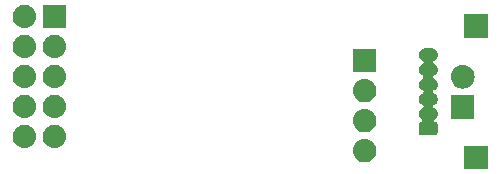
<source format=gbs>
G04 #@! TF.GenerationSoftware,KiCad,Pcbnew,(5.1.4)-1*
G04 #@! TF.CreationDate,2019-12-07T17:35:06+00:00*
G04 #@! TF.ProjectId,analog,616e616c-6f67-42e6-9b69-6361645f7063,rev?*
G04 #@! TF.SameCoordinates,Original*
G04 #@! TF.FileFunction,Soldermask,Bot*
G04 #@! TF.FilePolarity,Negative*
%FSLAX46Y46*%
G04 Gerber Fmt 4.6, Leading zero omitted, Abs format (unit mm)*
G04 Created by KiCad (PCBNEW (5.1.4)-1) date 2019-12-07 17:35:06*
%MOMM*%
%LPD*%
G04 APERTURE LIST*
%ADD10C,0.100000*%
G04 APERTURE END LIST*
D10*
G36*
X77040800Y-47314360D02*
G01*
X75040800Y-47314360D01*
X75040800Y-45314360D01*
X77040800Y-45314360D01*
X77040800Y-47314360D01*
X77040800Y-47314360D01*
G37*
G36*
X66813436Y-44744630D02*
G01*
X67001932Y-44801809D01*
X67175658Y-44894668D01*
X67327928Y-45019632D01*
X67452892Y-45171902D01*
X67545751Y-45345628D01*
X67602930Y-45534124D01*
X67622238Y-45730160D01*
X67602930Y-45926196D01*
X67545751Y-46114692D01*
X67452892Y-46288418D01*
X67327928Y-46440688D01*
X67175658Y-46565652D01*
X67001932Y-46658511D01*
X66813436Y-46715690D01*
X66666520Y-46730160D01*
X66568280Y-46730160D01*
X66421364Y-46715690D01*
X66232868Y-46658511D01*
X66059142Y-46565652D01*
X65906872Y-46440688D01*
X65781908Y-46288418D01*
X65689049Y-46114692D01*
X65631870Y-45926196D01*
X65612562Y-45730160D01*
X65631870Y-45534124D01*
X65689049Y-45345628D01*
X65781908Y-45171902D01*
X65906872Y-45019632D01*
X66059142Y-44894668D01*
X66232868Y-44801809D01*
X66421364Y-44744630D01*
X66568280Y-44730160D01*
X66666520Y-44730160D01*
X66813436Y-44744630D01*
X66813436Y-44744630D01*
G37*
G36*
X40549836Y-43550830D02*
G01*
X40738332Y-43608009D01*
X40912058Y-43700868D01*
X41064328Y-43825832D01*
X41189292Y-43978102D01*
X41282151Y-44151828D01*
X41339330Y-44340324D01*
X41358638Y-44536360D01*
X41339330Y-44732396D01*
X41282151Y-44920892D01*
X41189292Y-45094618D01*
X41064328Y-45246888D01*
X40912058Y-45371852D01*
X40738332Y-45464711D01*
X40549836Y-45521890D01*
X40402920Y-45536360D01*
X40304680Y-45536360D01*
X40157764Y-45521890D01*
X39969268Y-45464711D01*
X39795542Y-45371852D01*
X39643272Y-45246888D01*
X39518308Y-45094618D01*
X39425449Y-44920892D01*
X39368270Y-44732396D01*
X39348962Y-44536360D01*
X39368270Y-44340324D01*
X39425449Y-44151828D01*
X39518308Y-43978102D01*
X39643272Y-43825832D01*
X39795542Y-43700868D01*
X39969268Y-43608009D01*
X40157764Y-43550830D01*
X40304680Y-43536360D01*
X40402920Y-43536360D01*
X40549836Y-43550830D01*
X40549836Y-43550830D01*
G37*
G36*
X38009836Y-43550830D02*
G01*
X38198332Y-43608009D01*
X38372058Y-43700868D01*
X38524328Y-43825832D01*
X38649292Y-43978102D01*
X38742151Y-44151828D01*
X38799330Y-44340324D01*
X38818638Y-44536360D01*
X38799330Y-44732396D01*
X38742151Y-44920892D01*
X38649292Y-45094618D01*
X38524328Y-45246888D01*
X38372058Y-45371852D01*
X38198332Y-45464711D01*
X38009836Y-45521890D01*
X37862920Y-45536360D01*
X37764680Y-45536360D01*
X37617764Y-45521890D01*
X37429268Y-45464711D01*
X37255542Y-45371852D01*
X37103272Y-45246888D01*
X36978308Y-45094618D01*
X36885449Y-44920892D01*
X36828270Y-44732396D01*
X36808962Y-44536360D01*
X36828270Y-44340324D01*
X36885449Y-44151828D01*
X36978308Y-43978102D01*
X37103272Y-43825832D01*
X37255542Y-43700868D01*
X37429268Y-43608009D01*
X37617764Y-43550830D01*
X37764680Y-43536360D01*
X37862920Y-43536360D01*
X38009836Y-43550830D01*
X38009836Y-43550830D01*
G37*
G36*
X72360020Y-37074718D02*
G01*
X72463693Y-37106167D01*
X72511468Y-37131704D01*
X72559242Y-37157239D01*
X72642990Y-37225970D01*
X72704478Y-37300892D01*
X72711720Y-37309717D01*
X72762793Y-37405267D01*
X72794242Y-37508940D01*
X72804861Y-37616760D01*
X72794242Y-37724580D01*
X72762793Y-37828253D01*
X72762792Y-37828254D01*
X72711721Y-37923802D01*
X72642990Y-38007550D01*
X72559242Y-38076281D01*
X72475371Y-38121111D01*
X72464145Y-38127111D01*
X72442956Y-38141269D01*
X72424935Y-38159289D01*
X72410777Y-38180479D01*
X72401025Y-38204023D01*
X72396053Y-38229018D01*
X72396053Y-38254502D01*
X72401025Y-38279497D01*
X72410777Y-38303041D01*
X72424935Y-38324230D01*
X72442955Y-38342251D01*
X72464145Y-38356409D01*
X72559242Y-38407239D01*
X72559244Y-38407240D01*
X72559243Y-38407240D01*
X72642990Y-38475970D01*
X72711720Y-38559717D01*
X72762793Y-38655267D01*
X72794242Y-38758940D01*
X72804861Y-38866760D01*
X72794242Y-38974580D01*
X72762793Y-39078253D01*
X72745738Y-39110160D01*
X72711721Y-39173802D01*
X72642990Y-39257550D01*
X72559242Y-39326281D01*
X72475371Y-39371111D01*
X72464145Y-39377111D01*
X72442956Y-39391269D01*
X72424935Y-39409289D01*
X72410777Y-39430479D01*
X72401025Y-39454023D01*
X72396053Y-39479018D01*
X72396053Y-39504502D01*
X72401025Y-39529497D01*
X72410777Y-39553041D01*
X72424935Y-39574230D01*
X72442955Y-39592251D01*
X72464145Y-39606409D01*
X72559242Y-39657239D01*
X72642990Y-39725970D01*
X72711721Y-39809718D01*
X72728384Y-39840892D01*
X72762793Y-39905267D01*
X72794242Y-40008940D01*
X72804861Y-40116760D01*
X72794242Y-40224580D01*
X72762793Y-40328253D01*
X72762792Y-40328254D01*
X72711721Y-40423802D01*
X72642990Y-40507550D01*
X72559242Y-40576281D01*
X72475371Y-40621111D01*
X72464145Y-40627111D01*
X72442956Y-40641269D01*
X72424935Y-40659289D01*
X72410777Y-40680479D01*
X72401025Y-40704023D01*
X72396053Y-40729018D01*
X72396053Y-40754502D01*
X72401025Y-40779497D01*
X72410777Y-40803041D01*
X72424935Y-40824230D01*
X72442955Y-40842251D01*
X72464145Y-40856409D01*
X72559242Y-40907239D01*
X72642990Y-40975970D01*
X72711721Y-41059718D01*
X72737256Y-41107492D01*
X72762793Y-41155267D01*
X72794242Y-41258940D01*
X72804861Y-41366760D01*
X72794242Y-41474580D01*
X72762793Y-41578253D01*
X72737256Y-41626028D01*
X72711721Y-41673802D01*
X72642990Y-41757550D01*
X72559242Y-41826281D01*
X72475371Y-41871111D01*
X72464145Y-41877111D01*
X72442956Y-41891269D01*
X72424935Y-41909289D01*
X72410777Y-41930479D01*
X72401025Y-41954023D01*
X72396053Y-41979018D01*
X72396053Y-42004502D01*
X72401025Y-42029497D01*
X72410777Y-42053041D01*
X72424935Y-42074230D01*
X72442955Y-42092251D01*
X72464145Y-42106409D01*
X72559242Y-42157239D01*
X72559244Y-42157240D01*
X72559243Y-42157240D01*
X72642990Y-42225970D01*
X72711720Y-42309717D01*
X72762793Y-42405267D01*
X72794242Y-42508940D01*
X72804861Y-42616760D01*
X72794242Y-42724580D01*
X72762793Y-42828253D01*
X72762792Y-42828254D01*
X72711721Y-42923802D01*
X72642990Y-43007550D01*
X72559242Y-43076281D01*
X72559240Y-43076282D01*
X72557333Y-43077847D01*
X72540232Y-43089274D01*
X72522211Y-43107295D01*
X72508053Y-43128484D01*
X72498301Y-43152028D01*
X72493329Y-43177023D01*
X72493329Y-43202507D01*
X72498301Y-43227502D01*
X72508053Y-43251046D01*
X72522211Y-43272235D01*
X72540232Y-43290256D01*
X72561421Y-43304414D01*
X72584965Y-43314166D01*
X72609959Y-43319138D01*
X72633048Y-43321412D01*
X72672322Y-43333326D01*
X72708521Y-43352675D01*
X72740248Y-43378712D01*
X72766285Y-43410439D01*
X72785634Y-43446638D01*
X72797548Y-43485913D01*
X72802200Y-43533146D01*
X72802200Y-44200374D01*
X72797548Y-44247607D01*
X72785634Y-44286882D01*
X72766285Y-44323081D01*
X72740248Y-44354808D01*
X72708521Y-44380845D01*
X72672322Y-44400194D01*
X72633047Y-44412108D01*
X72585814Y-44416760D01*
X71418586Y-44416760D01*
X71371353Y-44412108D01*
X71332078Y-44400194D01*
X71295879Y-44380845D01*
X71264152Y-44354808D01*
X71238115Y-44323081D01*
X71218766Y-44286882D01*
X71206852Y-44247607D01*
X71202200Y-44200374D01*
X71202200Y-43533146D01*
X71206852Y-43485913D01*
X71218766Y-43446638D01*
X71238115Y-43410439D01*
X71264152Y-43378712D01*
X71295879Y-43352675D01*
X71332078Y-43333326D01*
X71371352Y-43321412D01*
X71394441Y-43319138D01*
X71419435Y-43314166D01*
X71442980Y-43304414D01*
X71464169Y-43290255D01*
X71482189Y-43272235D01*
X71496347Y-43251046D01*
X71506099Y-43227501D01*
X71511071Y-43202507D01*
X71511071Y-43177022D01*
X71506099Y-43152028D01*
X71496347Y-43128483D01*
X71482188Y-43107294D01*
X71464168Y-43089274D01*
X71447067Y-43077847D01*
X71445160Y-43076282D01*
X71445158Y-43076281D01*
X71361410Y-43007550D01*
X71292679Y-42923802D01*
X71241608Y-42828254D01*
X71241607Y-42828253D01*
X71210158Y-42724580D01*
X71199539Y-42616760D01*
X71210158Y-42508940D01*
X71241607Y-42405267D01*
X71292680Y-42309717D01*
X71361410Y-42225970D01*
X71445157Y-42157240D01*
X71445156Y-42157240D01*
X71445158Y-42157239D01*
X71540255Y-42106409D01*
X71561444Y-42092251D01*
X71579465Y-42074231D01*
X71593623Y-42053041D01*
X71603375Y-42029497D01*
X71608347Y-42004502D01*
X71608347Y-41979018D01*
X71603375Y-41954023D01*
X71593623Y-41930479D01*
X71579465Y-41909290D01*
X71561445Y-41891269D01*
X71540255Y-41877111D01*
X71529029Y-41871111D01*
X71445158Y-41826281D01*
X71361410Y-41757550D01*
X71292679Y-41673802D01*
X71267144Y-41626028D01*
X71241607Y-41578253D01*
X71210158Y-41474580D01*
X71199539Y-41366760D01*
X71210158Y-41258940D01*
X71241607Y-41155267D01*
X71267144Y-41107492D01*
X71292679Y-41059718D01*
X71361410Y-40975970D01*
X71445158Y-40907239D01*
X71540255Y-40856409D01*
X71561444Y-40842251D01*
X71579465Y-40824231D01*
X71593623Y-40803041D01*
X71603375Y-40779497D01*
X71608347Y-40754502D01*
X71608347Y-40729018D01*
X71603375Y-40704023D01*
X71593623Y-40680479D01*
X71579465Y-40659290D01*
X71561445Y-40641269D01*
X71540255Y-40627111D01*
X71529029Y-40621111D01*
X71445158Y-40576281D01*
X71361410Y-40507550D01*
X71292679Y-40423802D01*
X71241608Y-40328254D01*
X71241607Y-40328253D01*
X71210158Y-40224580D01*
X71199539Y-40116760D01*
X71210158Y-40008940D01*
X71241607Y-39905267D01*
X71276016Y-39840892D01*
X71292679Y-39809718D01*
X71361410Y-39725970D01*
X71445158Y-39657239D01*
X71540255Y-39606409D01*
X71561444Y-39592251D01*
X71579465Y-39574231D01*
X71593623Y-39553041D01*
X71603375Y-39529497D01*
X71608347Y-39504502D01*
X71608347Y-39479018D01*
X71603375Y-39454023D01*
X71593623Y-39430479D01*
X71579465Y-39409290D01*
X71561445Y-39391269D01*
X71540255Y-39377111D01*
X71529029Y-39371111D01*
X71445158Y-39326281D01*
X71361410Y-39257550D01*
X71292679Y-39173802D01*
X71258662Y-39110160D01*
X71241607Y-39078253D01*
X71210158Y-38974580D01*
X71199539Y-38866760D01*
X71210158Y-38758940D01*
X71241607Y-38655267D01*
X71292680Y-38559717D01*
X71361410Y-38475970D01*
X71445157Y-38407240D01*
X71445156Y-38407240D01*
X71445158Y-38407239D01*
X71540255Y-38356409D01*
X71561444Y-38342251D01*
X71579465Y-38324231D01*
X71593623Y-38303041D01*
X71603375Y-38279497D01*
X71608347Y-38254502D01*
X71608347Y-38229018D01*
X71603375Y-38204023D01*
X71593623Y-38180479D01*
X71579465Y-38159290D01*
X71561445Y-38141269D01*
X71540255Y-38127111D01*
X71529029Y-38121111D01*
X71445158Y-38076281D01*
X71361410Y-38007550D01*
X71292679Y-37923802D01*
X71241608Y-37828254D01*
X71241607Y-37828253D01*
X71210158Y-37724580D01*
X71199539Y-37616760D01*
X71210158Y-37508940D01*
X71241607Y-37405267D01*
X71292680Y-37309717D01*
X71299923Y-37300892D01*
X71361410Y-37225970D01*
X71445158Y-37157239D01*
X71492932Y-37131704D01*
X71540707Y-37106167D01*
X71644380Y-37074718D01*
X71725182Y-37066760D01*
X72279218Y-37066760D01*
X72360020Y-37074718D01*
X72360020Y-37074718D01*
G37*
G36*
X66813436Y-42204630D02*
G01*
X67001932Y-42261809D01*
X67175658Y-42354668D01*
X67327928Y-42479632D01*
X67452892Y-42631902D01*
X67545751Y-42805628D01*
X67602930Y-42994124D01*
X67622238Y-43190160D01*
X67602930Y-43386196D01*
X67545751Y-43574692D01*
X67452892Y-43748418D01*
X67327928Y-43900688D01*
X67175658Y-44025652D01*
X67001932Y-44118511D01*
X66813436Y-44175690D01*
X66666520Y-44190160D01*
X66568280Y-44190160D01*
X66421364Y-44175690D01*
X66232868Y-44118511D01*
X66059142Y-44025652D01*
X65906872Y-43900688D01*
X65781908Y-43748418D01*
X65689049Y-43574692D01*
X65631870Y-43386196D01*
X65612562Y-43190160D01*
X65631870Y-42994124D01*
X65689049Y-42805628D01*
X65781908Y-42631902D01*
X65906872Y-42479632D01*
X66059142Y-42354668D01*
X66232868Y-42261809D01*
X66421364Y-42204630D01*
X66568280Y-42190160D01*
X66666520Y-42190160D01*
X66813436Y-42204630D01*
X66813436Y-42204630D01*
G37*
G36*
X75923200Y-43021760D02*
G01*
X73923200Y-43021760D01*
X73923200Y-41021760D01*
X75923200Y-41021760D01*
X75923200Y-43021760D01*
X75923200Y-43021760D01*
G37*
G36*
X38009836Y-41010830D02*
G01*
X38198332Y-41068009D01*
X38372058Y-41160868D01*
X38524328Y-41285832D01*
X38649292Y-41438102D01*
X38742151Y-41611828D01*
X38799330Y-41800324D01*
X38818638Y-41996360D01*
X38799330Y-42192396D01*
X38742151Y-42380892D01*
X38649292Y-42554618D01*
X38524328Y-42706888D01*
X38372058Y-42831852D01*
X38198332Y-42924711D01*
X38009836Y-42981890D01*
X37862920Y-42996360D01*
X37764680Y-42996360D01*
X37617764Y-42981890D01*
X37429268Y-42924711D01*
X37255542Y-42831852D01*
X37103272Y-42706888D01*
X36978308Y-42554618D01*
X36885449Y-42380892D01*
X36828270Y-42192396D01*
X36808962Y-41996360D01*
X36828270Y-41800324D01*
X36885449Y-41611828D01*
X36978308Y-41438102D01*
X37103272Y-41285832D01*
X37255542Y-41160868D01*
X37429268Y-41068009D01*
X37617764Y-41010830D01*
X37764680Y-40996360D01*
X37862920Y-40996360D01*
X38009836Y-41010830D01*
X38009836Y-41010830D01*
G37*
G36*
X40549836Y-41010830D02*
G01*
X40738332Y-41068009D01*
X40912058Y-41160868D01*
X41064328Y-41285832D01*
X41189292Y-41438102D01*
X41282151Y-41611828D01*
X41339330Y-41800324D01*
X41358638Y-41996360D01*
X41339330Y-42192396D01*
X41282151Y-42380892D01*
X41189292Y-42554618D01*
X41064328Y-42706888D01*
X40912058Y-42831852D01*
X40738332Y-42924711D01*
X40549836Y-42981890D01*
X40402920Y-42996360D01*
X40304680Y-42996360D01*
X40157764Y-42981890D01*
X39969268Y-42924711D01*
X39795542Y-42831852D01*
X39643272Y-42706888D01*
X39518308Y-42554618D01*
X39425449Y-42380892D01*
X39368270Y-42192396D01*
X39348962Y-41996360D01*
X39368270Y-41800324D01*
X39425449Y-41611828D01*
X39518308Y-41438102D01*
X39643272Y-41285832D01*
X39795542Y-41160868D01*
X39969268Y-41068009D01*
X40157764Y-41010830D01*
X40304680Y-40996360D01*
X40402920Y-40996360D01*
X40549836Y-41010830D01*
X40549836Y-41010830D01*
G37*
G36*
X66813436Y-39664630D02*
G01*
X67001932Y-39721809D01*
X67175658Y-39814668D01*
X67327928Y-39939632D01*
X67452892Y-40091902D01*
X67545751Y-40265628D01*
X67602930Y-40454124D01*
X67622238Y-40650160D01*
X67602930Y-40846196D01*
X67545751Y-41034692D01*
X67452892Y-41208418D01*
X67327928Y-41360688D01*
X67175658Y-41485652D01*
X67001932Y-41578511D01*
X66813436Y-41635690D01*
X66666520Y-41650160D01*
X66568280Y-41650160D01*
X66421364Y-41635690D01*
X66232868Y-41578511D01*
X66059142Y-41485652D01*
X65906872Y-41360688D01*
X65781908Y-41208418D01*
X65689049Y-41034692D01*
X65631870Y-40846196D01*
X65612562Y-40650160D01*
X65631870Y-40454124D01*
X65689049Y-40265628D01*
X65781908Y-40091902D01*
X65906872Y-39939632D01*
X66059142Y-39814668D01*
X66232868Y-39721809D01*
X66421364Y-39664630D01*
X66568280Y-39650160D01*
X66666520Y-39650160D01*
X66813436Y-39664630D01*
X66813436Y-39664630D01*
G37*
G36*
X75119236Y-38496230D02*
G01*
X75307732Y-38553409D01*
X75481458Y-38646268D01*
X75633728Y-38771232D01*
X75758692Y-38923502D01*
X75851551Y-39097228D01*
X75908730Y-39285724D01*
X75928038Y-39481760D01*
X75908730Y-39677796D01*
X75851551Y-39866292D01*
X75758692Y-40040018D01*
X75633728Y-40192288D01*
X75481458Y-40317252D01*
X75307732Y-40410111D01*
X75119236Y-40467290D01*
X74972320Y-40481760D01*
X74874080Y-40481760D01*
X74727164Y-40467290D01*
X74538668Y-40410111D01*
X74364942Y-40317252D01*
X74212672Y-40192288D01*
X74087708Y-40040018D01*
X73994849Y-39866292D01*
X73937670Y-39677796D01*
X73918362Y-39481760D01*
X73937670Y-39285724D01*
X73994849Y-39097228D01*
X74087708Y-38923502D01*
X74212672Y-38771232D01*
X74364942Y-38646268D01*
X74538668Y-38553409D01*
X74727164Y-38496230D01*
X74874080Y-38481760D01*
X74972320Y-38481760D01*
X75119236Y-38496230D01*
X75119236Y-38496230D01*
G37*
G36*
X40549836Y-38470830D02*
G01*
X40738332Y-38528009D01*
X40912058Y-38620868D01*
X41064328Y-38745832D01*
X41189292Y-38898102D01*
X41282151Y-39071828D01*
X41339330Y-39260324D01*
X41358638Y-39456360D01*
X41339330Y-39652396D01*
X41282151Y-39840892D01*
X41189292Y-40014618D01*
X41064328Y-40166888D01*
X40912058Y-40291852D01*
X40738332Y-40384711D01*
X40549836Y-40441890D01*
X40402920Y-40456360D01*
X40304680Y-40456360D01*
X40157764Y-40441890D01*
X39969268Y-40384711D01*
X39795542Y-40291852D01*
X39643272Y-40166888D01*
X39518308Y-40014618D01*
X39425449Y-39840892D01*
X39368270Y-39652396D01*
X39348962Y-39456360D01*
X39368270Y-39260324D01*
X39425449Y-39071828D01*
X39518308Y-38898102D01*
X39643272Y-38745832D01*
X39795542Y-38620868D01*
X39969268Y-38528009D01*
X40157764Y-38470830D01*
X40304680Y-38456360D01*
X40402920Y-38456360D01*
X40549836Y-38470830D01*
X40549836Y-38470830D01*
G37*
G36*
X38009836Y-38470830D02*
G01*
X38198332Y-38528009D01*
X38372058Y-38620868D01*
X38524328Y-38745832D01*
X38649292Y-38898102D01*
X38742151Y-39071828D01*
X38799330Y-39260324D01*
X38818638Y-39456360D01*
X38799330Y-39652396D01*
X38742151Y-39840892D01*
X38649292Y-40014618D01*
X38524328Y-40166888D01*
X38372058Y-40291852D01*
X38198332Y-40384711D01*
X38009836Y-40441890D01*
X37862920Y-40456360D01*
X37764680Y-40456360D01*
X37617764Y-40441890D01*
X37429268Y-40384711D01*
X37255542Y-40291852D01*
X37103272Y-40166888D01*
X36978308Y-40014618D01*
X36885449Y-39840892D01*
X36828270Y-39652396D01*
X36808962Y-39456360D01*
X36828270Y-39260324D01*
X36885449Y-39071828D01*
X36978308Y-38898102D01*
X37103272Y-38745832D01*
X37255542Y-38620868D01*
X37429268Y-38528009D01*
X37617764Y-38470830D01*
X37764680Y-38456360D01*
X37862920Y-38456360D01*
X38009836Y-38470830D01*
X38009836Y-38470830D01*
G37*
G36*
X67617400Y-39110160D02*
G01*
X65617400Y-39110160D01*
X65617400Y-37110160D01*
X67617400Y-37110160D01*
X67617400Y-39110160D01*
X67617400Y-39110160D01*
G37*
G36*
X38009836Y-35930830D02*
G01*
X38198332Y-35988009D01*
X38372058Y-36080868D01*
X38524328Y-36205832D01*
X38649292Y-36358102D01*
X38742151Y-36531828D01*
X38799330Y-36720324D01*
X38818638Y-36916360D01*
X38799330Y-37112396D01*
X38742151Y-37300892D01*
X38649292Y-37474618D01*
X38524328Y-37626888D01*
X38372058Y-37751852D01*
X38198332Y-37844711D01*
X38009836Y-37901890D01*
X37862920Y-37916360D01*
X37764680Y-37916360D01*
X37617764Y-37901890D01*
X37429268Y-37844711D01*
X37255542Y-37751852D01*
X37103272Y-37626888D01*
X36978308Y-37474618D01*
X36885449Y-37300892D01*
X36828270Y-37112396D01*
X36808962Y-36916360D01*
X36828270Y-36720324D01*
X36885449Y-36531828D01*
X36978308Y-36358102D01*
X37103272Y-36205832D01*
X37255542Y-36080868D01*
X37429268Y-35988009D01*
X37617764Y-35930830D01*
X37764680Y-35916360D01*
X37862920Y-35916360D01*
X38009836Y-35930830D01*
X38009836Y-35930830D01*
G37*
G36*
X40549836Y-35930830D02*
G01*
X40738332Y-35988009D01*
X40912058Y-36080868D01*
X41064328Y-36205832D01*
X41189292Y-36358102D01*
X41282151Y-36531828D01*
X41339330Y-36720324D01*
X41358638Y-36916360D01*
X41339330Y-37112396D01*
X41282151Y-37300892D01*
X41189292Y-37474618D01*
X41064328Y-37626888D01*
X40912058Y-37751852D01*
X40738332Y-37844711D01*
X40549836Y-37901890D01*
X40402920Y-37916360D01*
X40304680Y-37916360D01*
X40157764Y-37901890D01*
X39969268Y-37844711D01*
X39795542Y-37751852D01*
X39643272Y-37626888D01*
X39518308Y-37474618D01*
X39425449Y-37300892D01*
X39368270Y-37112396D01*
X39348962Y-36916360D01*
X39368270Y-36720324D01*
X39425449Y-36531828D01*
X39518308Y-36358102D01*
X39643272Y-36205832D01*
X39795542Y-36080868D01*
X39969268Y-35988009D01*
X40157764Y-35930830D01*
X40304680Y-35916360D01*
X40402920Y-35916360D01*
X40549836Y-35930830D01*
X40549836Y-35930830D01*
G37*
G36*
X77040800Y-36189160D02*
G01*
X75040800Y-36189160D01*
X75040800Y-34189160D01*
X77040800Y-34189160D01*
X77040800Y-36189160D01*
X77040800Y-36189160D01*
G37*
G36*
X38009836Y-33390830D02*
G01*
X38198332Y-33448009D01*
X38372058Y-33540868D01*
X38524328Y-33665832D01*
X38649292Y-33818102D01*
X38742151Y-33991828D01*
X38799330Y-34180324D01*
X38818638Y-34376360D01*
X38799330Y-34572396D01*
X38742151Y-34760892D01*
X38649292Y-34934618D01*
X38524328Y-35086888D01*
X38372058Y-35211852D01*
X38198332Y-35304711D01*
X38009836Y-35361890D01*
X37862920Y-35376360D01*
X37764680Y-35376360D01*
X37617764Y-35361890D01*
X37429268Y-35304711D01*
X37255542Y-35211852D01*
X37103272Y-35086888D01*
X36978308Y-34934618D01*
X36885449Y-34760892D01*
X36828270Y-34572396D01*
X36808962Y-34376360D01*
X36828270Y-34180324D01*
X36885449Y-33991828D01*
X36978308Y-33818102D01*
X37103272Y-33665832D01*
X37255542Y-33540868D01*
X37429268Y-33448009D01*
X37617764Y-33390830D01*
X37764680Y-33376360D01*
X37862920Y-33376360D01*
X38009836Y-33390830D01*
X38009836Y-33390830D01*
G37*
G36*
X41353800Y-35376360D02*
G01*
X39353800Y-35376360D01*
X39353800Y-33376360D01*
X41353800Y-33376360D01*
X41353800Y-35376360D01*
X41353800Y-35376360D01*
G37*
M02*

</source>
